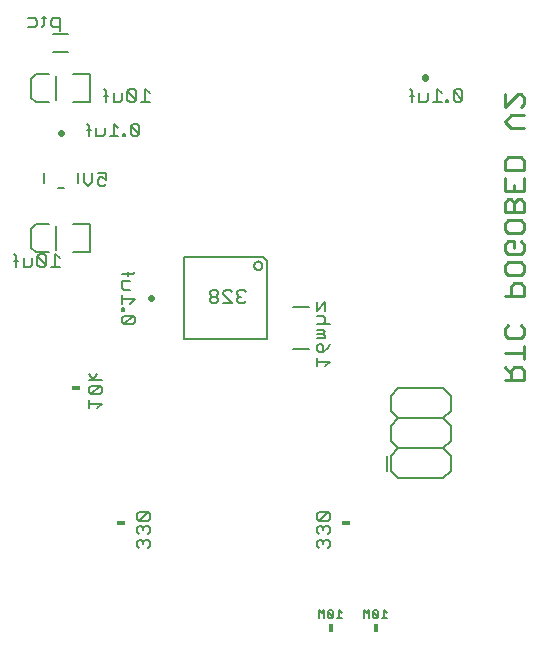
<source format=gbo>
G75*
G70*
%OFA0B0*%
%FSLAX24Y24*%
%IPPOS*%
%LPD*%
%AMOC8*
5,1,8,0,0,1.08239X$1,22.5*
%
%ADD10C,0.0080*%
%ADD11C,0.0110*%
%ADD12C,0.0220*%
%ADD13C,0.0050*%
%ADD14C,0.0060*%
%ADD15R,0.0300X0.0180*%
%ADD16R,0.0180X0.0300*%
D10*
X004770Y011819D02*
X004700Y011889D01*
X004700Y012029D01*
X004770Y012099D01*
X004840Y012099D01*
X004910Y012029D01*
X004910Y011959D01*
X004910Y012029D02*
X004980Y012099D01*
X005050Y012099D01*
X005120Y012029D01*
X005120Y011889D01*
X005050Y011819D01*
X005050Y012279D02*
X005120Y012349D01*
X005120Y012489D01*
X005050Y012559D01*
X004980Y012559D01*
X004910Y012489D01*
X004840Y012559D01*
X004770Y012559D01*
X004700Y012489D01*
X004700Y012349D01*
X004770Y012279D01*
X004910Y012419D02*
X004910Y012489D01*
X004770Y012740D02*
X005050Y012740D01*
X005120Y012810D01*
X005120Y012950D01*
X005050Y013020D01*
X004770Y012740D01*
X004700Y012810D01*
X004700Y012950D01*
X004770Y013020D01*
X005050Y013020D01*
X003380Y016496D02*
X003520Y016636D01*
X003100Y016636D01*
X003100Y016496D02*
X003100Y016776D01*
X003170Y016956D02*
X003450Y017236D01*
X003170Y017236D01*
X003100Y017166D01*
X003100Y017026D01*
X003170Y016956D01*
X003450Y016956D01*
X003520Y017026D01*
X003520Y017166D01*
X003450Y017236D01*
X003520Y017416D02*
X003100Y017416D01*
X003240Y017416D02*
X003100Y017627D01*
X003240Y017416D02*
X003380Y017627D01*
X004270Y019282D02*
X004550Y019562D01*
X004270Y019562D01*
X004200Y019492D01*
X004200Y019352D01*
X004270Y019282D01*
X004550Y019282D01*
X004620Y019352D01*
X004620Y019492D01*
X004550Y019562D01*
X004270Y019742D02*
X004270Y019812D01*
X004200Y019812D01*
X004200Y019742D01*
X004270Y019742D01*
X004200Y019972D02*
X004200Y020253D01*
X004200Y020112D02*
X004620Y020112D01*
X004480Y019972D01*
X004480Y020433D02*
X004270Y020433D01*
X004200Y020503D01*
X004200Y020713D01*
X004480Y020713D01*
X004410Y020893D02*
X004410Y021033D01*
X004550Y020963D02*
X004200Y020963D01*
X004550Y020963D02*
X004620Y021033D01*
X003144Y021688D02*
X003144Y022632D01*
X002554Y022632D01*
X002554Y021688D02*
X003144Y021688D01*
X002120Y021480D02*
X001980Y021620D01*
X001980Y021200D01*
X002120Y021200D02*
X001840Y021200D01*
X001660Y021270D02*
X001660Y021550D01*
X001590Y021620D01*
X001449Y021620D01*
X001379Y021550D01*
X001660Y021270D01*
X001590Y021200D01*
X001449Y021200D01*
X001379Y021270D01*
X001379Y021550D01*
X001333Y021688D02*
X001176Y021845D01*
X001176Y022475D01*
X001333Y022632D01*
X001766Y022632D01*
X001766Y021688D02*
X001333Y021688D01*
X001199Y021480D02*
X001199Y021270D01*
X001129Y021200D01*
X000919Y021200D01*
X000919Y021480D01*
X000739Y021410D02*
X000599Y021410D01*
X000669Y021550D02*
X000599Y021620D01*
X000669Y021550D02*
X000669Y021200D01*
X002054Y023841D02*
X002266Y023841D01*
X002720Y023991D02*
X002720Y024329D01*
X002929Y024320D02*
X002929Y024040D01*
X003069Y023900D01*
X003210Y024040D01*
X003210Y024320D01*
X003390Y024320D02*
X003670Y024320D01*
X003670Y024110D01*
X003530Y024180D01*
X003460Y024180D01*
X003390Y024110D01*
X003390Y023970D01*
X003460Y023900D01*
X003600Y023900D01*
X003670Y023970D01*
X003549Y025550D02*
X003339Y025550D01*
X003339Y025830D01*
X003159Y025760D02*
X003019Y025760D01*
X003089Y025900D02*
X003019Y025970D01*
X003089Y025900D02*
X003089Y025550D01*
X003549Y025550D02*
X003619Y025620D01*
X003619Y025830D01*
X003799Y025550D02*
X004079Y025550D01*
X003939Y025550D02*
X003939Y025970D01*
X004079Y025830D01*
X004240Y025620D02*
X004240Y025550D01*
X004310Y025550D01*
X004310Y025620D01*
X004240Y025620D01*
X004490Y025620D02*
X004490Y025900D01*
X004770Y025620D01*
X004700Y025550D01*
X004560Y025550D01*
X004490Y025620D01*
X004490Y025900D02*
X004560Y025970D01*
X004700Y025970D01*
X004770Y025900D01*
X004770Y025620D01*
X004840Y026700D02*
X005120Y026700D01*
X004980Y026700D02*
X004980Y027120D01*
X005120Y026980D01*
X004660Y027050D02*
X004590Y027120D01*
X004449Y027120D01*
X004379Y027050D01*
X004660Y026770D01*
X004590Y026700D01*
X004449Y026700D01*
X004379Y026770D01*
X004379Y027050D01*
X004199Y026980D02*
X004199Y026770D01*
X004129Y026700D01*
X003919Y026700D01*
X003919Y026980D01*
X003739Y026910D02*
X003599Y026910D01*
X003669Y027050D02*
X003599Y027120D01*
X003669Y027050D02*
X003669Y026700D01*
X003144Y026688D02*
X003144Y027632D01*
X002554Y027632D01*
X002410Y028360D02*
X001910Y028360D01*
X001910Y028960D02*
X002410Y028960D01*
X002120Y029060D02*
X002120Y029480D01*
X001910Y029480D01*
X001840Y029410D01*
X001840Y029270D01*
X001910Y029200D01*
X002120Y029200D01*
X001590Y029270D02*
X001519Y029200D01*
X001590Y029270D02*
X001590Y029550D01*
X001660Y029480D02*
X001519Y029480D01*
X001353Y029410D02*
X001353Y029270D01*
X001283Y029200D01*
X001072Y029200D01*
X001072Y029480D02*
X001283Y029480D01*
X001353Y029410D01*
X001333Y027632D02*
X001176Y027475D01*
X001176Y026845D01*
X001333Y026688D01*
X001766Y026688D01*
X001766Y027632D02*
X001333Y027632D01*
X002554Y026688D02*
X003144Y026688D01*
X004660Y026770D02*
X004660Y027050D01*
X001600Y024329D02*
X001600Y023991D01*
X007119Y020350D02*
X007119Y020280D01*
X007189Y020210D01*
X007329Y020210D01*
X007399Y020280D01*
X007399Y020350D01*
X007329Y020420D01*
X007189Y020420D01*
X007119Y020350D01*
X007189Y020210D02*
X007119Y020140D01*
X007119Y020070D01*
X007189Y020000D01*
X007329Y020000D01*
X007399Y020070D01*
X007399Y020140D01*
X007329Y020210D01*
X007579Y020280D02*
X007579Y020350D01*
X007649Y020420D01*
X007790Y020420D01*
X007860Y020350D01*
X008040Y020350D02*
X008040Y020280D01*
X008110Y020210D01*
X008040Y020140D01*
X008040Y020070D01*
X008110Y020000D01*
X008250Y020000D01*
X008320Y020070D01*
X008180Y020210D02*
X008110Y020210D01*
X008040Y020350D02*
X008110Y020420D01*
X008250Y020420D01*
X008320Y020350D01*
X007860Y020000D02*
X007579Y020280D01*
X007579Y020000D02*
X007860Y020000D01*
X009904Y019869D02*
X010416Y019869D01*
X010700Y019740D02*
X010700Y020020D01*
X010980Y020020D02*
X010700Y019740D01*
X010700Y019559D02*
X010910Y019559D01*
X010980Y019489D01*
X010980Y019349D01*
X010910Y019279D01*
X010910Y019099D02*
X010700Y019099D01*
X010700Y018959D02*
X010910Y018959D01*
X010980Y019029D01*
X010910Y019099D01*
X010910Y018959D02*
X010980Y018889D01*
X010980Y018819D01*
X010700Y018819D01*
X010770Y018639D02*
X010700Y018569D01*
X010700Y018428D01*
X010770Y018358D01*
X010910Y018358D01*
X010910Y018569D01*
X010840Y018639D01*
X010770Y018639D01*
X011050Y018499D02*
X010910Y018358D01*
X011050Y018499D02*
X011120Y018639D01*
X011120Y018038D02*
X010980Y017898D01*
X011120Y018038D02*
X010700Y018038D01*
X010700Y017898D02*
X010700Y018178D01*
X010416Y018451D02*
X009904Y018451D01*
X010700Y019279D02*
X011120Y019279D01*
X010980Y019740D02*
X010980Y020020D01*
X013410Y017160D02*
X013160Y016910D01*
X013160Y016410D01*
X013410Y016160D01*
X014910Y016160D01*
X015160Y016410D01*
X015160Y016910D01*
X014910Y017160D01*
X013410Y017160D01*
X013410Y016160D02*
X013160Y015910D01*
X013160Y015410D01*
X013410Y015160D01*
X014910Y015160D01*
X015160Y015410D01*
X015160Y015910D01*
X014910Y016160D01*
X014910Y015160D02*
X015160Y014910D01*
X015160Y014410D01*
X014910Y014160D01*
X013410Y014160D01*
X013160Y014410D01*
X013160Y014910D01*
X013410Y015160D01*
X013028Y014910D02*
X013028Y014410D01*
X011120Y012950D02*
X011120Y012810D01*
X011050Y012740D01*
X010770Y012740D01*
X011050Y013020D01*
X010770Y013020D01*
X010700Y012950D01*
X010700Y012810D01*
X010770Y012740D01*
X010770Y012559D02*
X010700Y012489D01*
X010700Y012349D01*
X010770Y012279D01*
X010770Y012099D02*
X010700Y012029D01*
X010700Y011889D01*
X010770Y011819D01*
X010910Y011959D02*
X010910Y012029D01*
X010840Y012099D01*
X010770Y012099D01*
X010910Y012029D02*
X010980Y012099D01*
X011050Y012099D01*
X011120Y012029D01*
X011120Y011889D01*
X011050Y011819D01*
X011050Y012279D02*
X011120Y012349D01*
X011120Y012489D01*
X011050Y012559D01*
X010980Y012559D01*
X010910Y012489D01*
X010840Y012559D01*
X010770Y012559D01*
X010910Y012489D02*
X010910Y012419D01*
X011120Y012950D02*
X011050Y013020D01*
X013857Y026700D02*
X013857Y027050D01*
X013787Y027120D01*
X013787Y026910D02*
X013927Y026910D01*
X014107Y026980D02*
X014107Y026700D01*
X014317Y026700D01*
X014387Y026770D01*
X014387Y026980D01*
X014567Y026700D02*
X014848Y026700D01*
X014708Y026700D02*
X014708Y027120D01*
X014848Y026980D01*
X015008Y026770D02*
X015008Y026700D01*
X015078Y026700D01*
X015078Y026770D01*
X015008Y026770D01*
X015258Y026770D02*
X015328Y026700D01*
X015468Y026700D01*
X015538Y026770D01*
X015258Y027050D01*
X015258Y026770D01*
X015258Y027050D02*
X015328Y027120D01*
X015468Y027120D01*
X015538Y027050D01*
X015538Y026770D01*
D11*
X016955Y026949D02*
X016955Y026515D01*
X017389Y026949D01*
X017497Y026949D01*
X017606Y026840D01*
X017606Y026624D01*
X017497Y026515D01*
X017606Y026249D02*
X017172Y026249D01*
X016955Y026032D01*
X017172Y025815D01*
X017606Y025815D01*
X017497Y024850D02*
X017063Y024850D01*
X016955Y024741D01*
X016955Y024416D01*
X017606Y024416D01*
X017606Y024741D01*
X017497Y024850D01*
X017606Y024150D02*
X017606Y023716D01*
X016955Y023716D01*
X016955Y024150D01*
X017280Y023933D02*
X017280Y023716D01*
X017172Y023450D02*
X017063Y023450D01*
X016955Y023341D01*
X016955Y023016D01*
X017606Y023016D01*
X017606Y023341D01*
X017497Y023450D01*
X017389Y023450D01*
X017280Y023341D01*
X017280Y023016D01*
X017280Y023341D02*
X017172Y023450D01*
X017063Y022750D02*
X017497Y022750D01*
X017606Y022642D01*
X017606Y022425D01*
X017497Y022316D01*
X017063Y022316D01*
X016955Y022425D01*
X016955Y022642D01*
X017063Y022750D01*
X017063Y022050D02*
X017280Y022050D01*
X017280Y021833D01*
X017063Y021617D02*
X016955Y021725D01*
X016955Y021942D01*
X017063Y022050D01*
X017063Y021617D02*
X017497Y021617D01*
X017606Y021725D01*
X017606Y021942D01*
X017497Y022050D01*
X017497Y021351D02*
X017063Y021351D01*
X016955Y021242D01*
X016955Y021025D01*
X017063Y020917D01*
X017497Y020917D01*
X017606Y021025D01*
X017606Y021242D01*
X017497Y021351D01*
X017497Y020651D02*
X017280Y020651D01*
X017172Y020542D01*
X017172Y020217D01*
X016955Y020217D02*
X017606Y020217D01*
X017606Y020542D01*
X017497Y020651D01*
X017497Y019251D02*
X017606Y019143D01*
X017606Y018926D01*
X017497Y018817D01*
X017063Y018817D01*
X016955Y018926D01*
X016955Y019143D01*
X017063Y019251D01*
X016955Y018334D02*
X017606Y018334D01*
X017606Y018118D02*
X017606Y018551D01*
X017497Y017852D02*
X017280Y017852D01*
X017172Y017743D01*
X017172Y017418D01*
X017172Y017635D02*
X016955Y017852D01*
X016955Y017418D02*
X017606Y017418D01*
X017606Y017743D01*
X017497Y017852D01*
D12*
X014310Y027498D02*
X014310Y027522D01*
X005172Y020160D02*
X005148Y020160D01*
X002160Y025648D02*
X002160Y025672D01*
D13*
X002010Y026760D02*
X002010Y027560D01*
X002010Y022560D02*
X002010Y021760D01*
X010766Y009755D02*
X010766Y009485D01*
X010946Y009485D02*
X010946Y009755D01*
X010856Y009665D01*
X010766Y009755D01*
X011060Y009710D02*
X011060Y009530D01*
X011105Y009485D01*
X011195Y009485D01*
X011240Y009530D01*
X011060Y009710D01*
X011105Y009755D01*
X011195Y009755D01*
X011240Y009710D01*
X011240Y009530D01*
X011355Y009485D02*
X011535Y009485D01*
X011445Y009485D02*
X011445Y009755D01*
X011535Y009665D01*
X012266Y009755D02*
X012266Y009485D01*
X012446Y009485D02*
X012446Y009755D01*
X012356Y009665D01*
X012266Y009755D01*
X012560Y009710D02*
X012560Y009530D01*
X012605Y009485D01*
X012695Y009485D01*
X012740Y009530D01*
X012560Y009710D01*
X012605Y009755D01*
X012695Y009755D01*
X012740Y009710D01*
X012740Y009530D01*
X012855Y009485D02*
X013035Y009485D01*
X012945Y009485D02*
X012945Y009755D01*
X013035Y009665D01*
D14*
X009040Y018780D02*
X009040Y021400D01*
X008900Y021540D01*
X006280Y021540D01*
X006280Y018780D01*
X009040Y018780D01*
X008599Y021240D02*
X008601Y021263D01*
X008607Y021286D01*
X008616Y021307D01*
X008629Y021327D01*
X008645Y021344D01*
X008663Y021358D01*
X008683Y021369D01*
X008705Y021377D01*
X008728Y021381D01*
X008752Y021381D01*
X008775Y021377D01*
X008797Y021369D01*
X008817Y021358D01*
X008835Y021344D01*
X008851Y021327D01*
X008864Y021307D01*
X008873Y021286D01*
X008879Y021263D01*
X008881Y021240D01*
X008879Y021217D01*
X008873Y021194D01*
X008864Y021173D01*
X008851Y021153D01*
X008835Y021136D01*
X008817Y021122D01*
X008797Y021111D01*
X008775Y021103D01*
X008752Y021099D01*
X008728Y021099D01*
X008705Y021103D01*
X008683Y021111D01*
X008663Y021122D01*
X008645Y021136D01*
X008629Y021153D01*
X008616Y021173D01*
X008607Y021194D01*
X008601Y021217D01*
X008599Y021240D01*
D15*
X011660Y012660D03*
X004160Y012660D03*
X002660Y017160D03*
D16*
X011160Y009160D03*
X012660Y009160D03*
M02*

</source>
